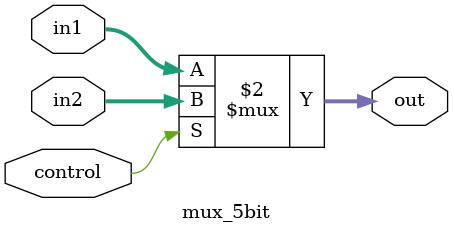
<source format=v>
`timescale 1ns / 1ps


module mux_5bit(
    input control,
    input [4:0] in1,
    input [4:0] in2,
    output [4:0] out
);
    assign out = (control == 1'b0) ? in1 : in2;
endmodule
</source>
